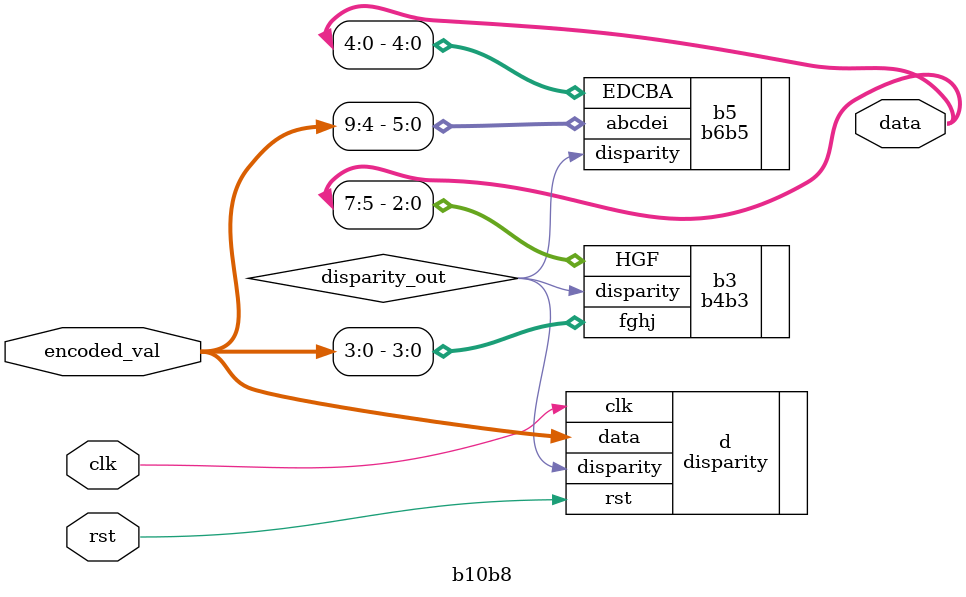
<source format=sv>
module b10b8(
            output reg [7:0]data,
            input clk,
            input rst,
            input [9:0]encoded_val
);

  b4b3 b3(.HGF(data[7:5]),
          .disparity(disparity_out),
          .fghj(encoded_val[3:0]));
          
  b6b5 b5(.EDCBA(data[4:0]),
          .disparity(disparity_out),
          .abcdei(encoded_val[9:4]));
          
  disparity d(.data(encoded_val),
              .rst(rst),
              .clk(clk),
              .disparity(disparity_out));

endmodule
</source>
